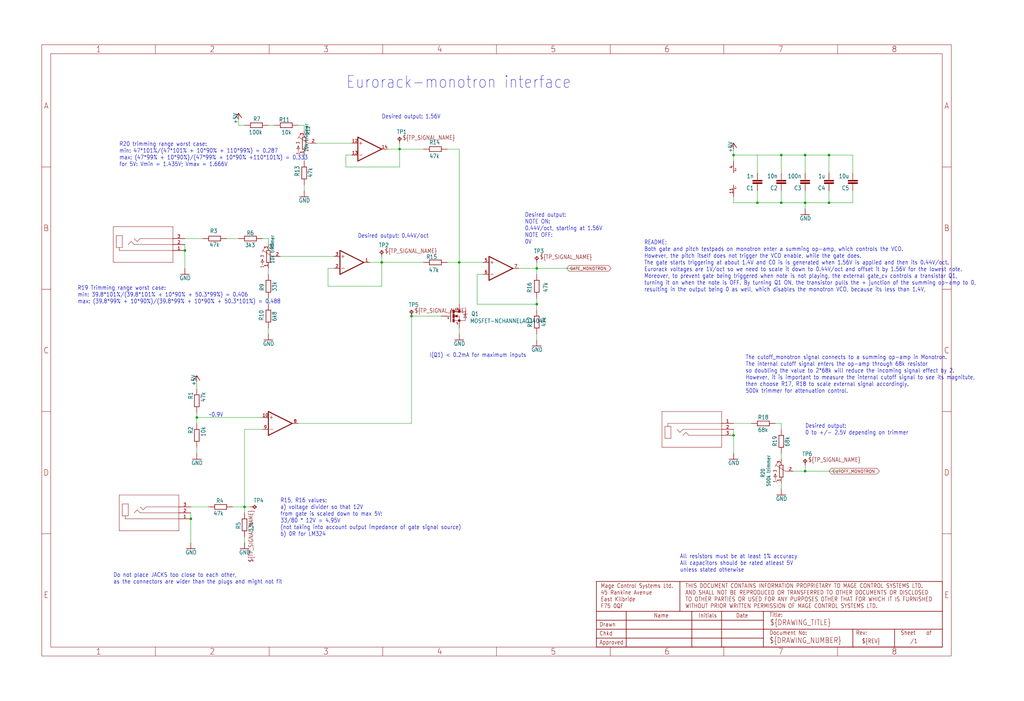
<source format=kicad_sch>
(kicad_sch (version 20230121) (generator eeschema)
  (paper "User" 436.118 298.602)
  (lib_symbols
    (symbol "Monotron-002-eagle-import:+5V" (power)
      (property "Value" "+5V" (at -2.54 -5.08 90))
      (symbol "+5V_1_0"
        (polyline (pts (xy 0 0) (xy -1.27 -1.905)) (stroke (width 0.254)))
        (polyline (pts (xy 1.27 -1.905) (xy 0 0)) (stroke (width 0.254)))
        (pin power_in line (at 0 -2.54 90) (length 2.54) (name "+5V") (number "1"))
      )
    )
    (symbol "Monotron-002-eagle-import:3362R"
      (property "Reference" "R" (at -5.715 -3.81 90))
      (symbol "3362R_1_0"
        (polyline (pts (xy -3.175 -2.413) (xy -1.905 -2.413)) (stroke (width 0.1524)))
        (polyline (pts (xy -2.667 1.905) (xy -2.286 2.54)) (stroke (width 0.1524)))
        (polyline (pts (xy -2.54 -3.683) (xy -2.54 -1.143)) (stroke (width 0.1524)))
        (polyline (pts (xy -2.54 -1.143) (xy -3.175 -2.413)) (stroke (width 0.1524)))
        (polyline (pts (xy -2.286 2.54) (xy -1.905 3.175)) (stroke (width 0.1524)))
        (polyline (pts (xy -1.905 -2.413) (xy -2.54 -1.143)) (stroke (width 0.1524)))
        (polyline (pts (xy -0.762 -2.54) (xy 0.762 -2.54)) (stroke (width 0.254)))
        (polyline (pts (xy -0.762 2.54) (xy -0.762 -2.54)) (stroke (width 0.254)))
        (polyline (pts (xy 0.762 -2.54) (xy 0.762 2.54)) (stroke (width 0.254)))
        (polyline (pts (xy 0.762 2.54) (xy -0.762 2.54)) (stroke (width 0.254)))
        (polyline (pts (xy 1.651 0) (xy -2.286 2.54)) (stroke (width 0.1524)))
        (polyline (pts (xy 2.54 0) (xy 1.651 0)) (stroke (width 0.1524)))
        (text "1" (at -1.905 -4.953 900) (effects (font (size 1.27 1.0795)) (justify left bottom)))
        (text "3" (at -1.905 -0.508 900) (effects (font (size 1.27 1.0795)) (justify left bottom)))
        (pin passive line (at 0 -5.08 90) (length 2.54) (name "1") (number "1"))
        (pin passive line (at 5.08 0 180) (length 2.54) (name "2") (number "2"))
        (pin passive line (at 0 5.08 270) (length 2.54) (name "3") (number "3"))
      )
    )
    (symbol "Monotron-002-eagle-import:A3L_GENERIC_BORDER"
      (symbol "A3L_GENERIC_BORDER_1_0"
        (polyline (pts (xy 0 52.07) (xy 3.81 52.07)))
        (polyline (pts (xy 0 104.14) (xy 3.81 104.14)))
        (polyline (pts (xy 0 156.21) (xy 3.81 156.21)))
        (polyline (pts (xy 0 208.28) (xy 3.81 208.28)))
        (polyline (pts (xy 3.81 3.81) (xy 3.81 256.54)))
        (polyline (pts (xy 48.4188 0) (xy 48.4188 3.81)))
        (polyline (pts (xy 48.4188 256.54) (xy 48.4188 260.35)))
        (polyline (pts (xy 96.8375 0) (xy 96.8375 3.81)))
        (polyline (pts (xy 96.8375 256.54) (xy 96.8375 260.35)))
        (polyline (pts (xy 145.2563 0) (xy 145.2563 3.81)))
        (polyline (pts (xy 145.2563 256.54) (xy 145.2563 260.35)))
        (polyline (pts (xy 193.675 0) (xy 193.675 3.81)))
        (polyline (pts (xy 193.675 256.54) (xy 193.675 260.35)))
        (polyline (pts (xy 242.0938 0) (xy 242.0938 3.81)))
        (polyline (pts (xy 242.0938 256.54) (xy 242.0938 260.35)))
        (polyline (pts (xy 290.5125 0) (xy 290.5125 3.81)))
        (polyline (pts (xy 290.5125 256.54) (xy 290.5125 260.35)))
        (polyline (pts (xy 338.9313 0) (xy 338.9313 3.81)))
        (polyline (pts (xy 338.9313 256.54) (xy 338.9313 260.35)))
        (polyline (pts (xy 383.54 3.81) (xy 3.81 3.81)))
        (polyline (pts (xy 383.54 3.81) (xy 383.54 256.54)))
        (polyline (pts (xy 383.54 52.07) (xy 387.35 52.07)))
        (polyline (pts (xy 383.54 104.14) (xy 387.35 104.14)))
        (polyline (pts (xy 383.54 156.21) (xy 387.35 156.21)))
        (polyline (pts (xy 383.54 208.28) (xy 387.35 208.28)))
        (polyline (pts (xy 383.54 256.54) (xy 3.81 256.54)))
        (polyline (pts (xy 0 0) (xy 387.35 0) (xy 387.35 260.35) (xy 0 260.35) (xy 0 0)))
        (text "1" (at 24.2094 1.905 0) (effects (font (size 2.54 2.286))))
        (text "1" (at 24.2094 258.445 0) (effects (font (size 2.54 2.286))))
        (text "2" (at 72.6281 1.905 0) (effects (font (size 2.54 2.286))))
        (text "2" (at 72.6281 258.445 0) (effects (font (size 2.54 2.286))))
        (text "3" (at 121.0469 1.905 0) (effects (font (size 2.54 2.286))))
        (text "3" (at 121.0469 258.445 0) (effects (font (size 2.54 2.286))))
        (text "4" (at 169.4656 1.905 0) (effects (font (size 2.54 2.286))))
        (text "4" (at 169.4656 258.445 0) (effects (font (size 2.54 2.286))))
        (text "5" (at 217.8844 1.905 0) (effects (font (size 2.54 2.286))))
        (text "5" (at 217.8844 258.445 0) (effects (font (size 2.54 2.286))))
        (text "6" (at 266.3031 1.905 0) (effects (font (size 2.54 2.286))))
        (text "6" (at 266.3031 258.445 0) (effects (font (size 2.54 2.286))))
        (text "7" (at 314.7219 1.905 0) (effects (font (size 2.54 2.286))))
        (text "7" (at 314.7219 258.445 0) (effects (font (size 2.54 2.286))))
        (text "8" (at 363.1406 1.905 0) (effects (font (size 2.54 2.286))))
        (text "8" (at 363.1406 258.445 0) (effects (font (size 2.54 2.286))))
        (text "A" (at 1.905 234.315 0) (effects (font (size 2.54 2.286))))
        (text "A" (at 385.445 234.315 0) (effects (font (size 2.54 2.286))))
        (text "B" (at 1.905 182.245 0) (effects (font (size 2.54 2.286))))
        (text "B" (at 385.445 182.245 0) (effects (font (size 2.54 2.286))))
        (text "C" (at 1.905 130.175 0) (effects (font (size 2.54 2.286))))
        (text "C" (at 385.445 130.175 0) (effects (font (size 2.54 2.286))))
        (text "D" (at 1.905 78.105 0) (effects (font (size 2.54 2.286))))
        (text "D" (at 385.445 78.105 0) (effects (font (size 2.54 2.286))))
        (text "E" (at 1.905 26.035 0) (effects (font (size 2.54 2.286))))
        (text "E" (at 385.445 26.035 0) (effects (font (size 2.54 2.286))))
      )
    )
    (symbol "Monotron-002-eagle-import:C-EUC0603"
      (property "Reference" "C" (at 1.524 0.381 0))
      (symbol "C-EUC0603_1_0"
        (rectangle (start -2.032 -2.032) (end 2.032 -1.524) (fill (type outline)))
        (rectangle (start -2.032 -1.016) (end 2.032 -0.508) (fill (type outline)))
        (polyline (pts (xy 0 -2.54) (xy 0 -2.032)) (stroke (width 0.1524)))
        (polyline (pts (xy 0 0) (xy 0 -0.508)) (stroke (width 0.1524)))
        (pin passive line (at 0 2.54 270) (length 2.54) (name "1") (number "1"))
        (pin passive line (at 0 -5.08 90) (length 2.54) (name "2") (number "2"))
      )
    )
    (symbol "Monotron-002-eagle-import:C-EUC0805"
      (property "Reference" "C" (at 1.524 0.381 0))
      (symbol "C-EUC0805_1_0"
        (rectangle (start -2.032 -2.032) (end 2.032 -1.524) (fill (type outline)))
        (rectangle (start -2.032 -1.016) (end 2.032 -0.508) (fill (type outline)))
        (polyline (pts (xy 0 -2.54) (xy 0 -2.032)) (stroke (width 0.1524)))
        (polyline (pts (xy 0 0) (xy 0 -0.508)) (stroke (width 0.1524)))
        (pin passive line (at 0 2.54 270) (length 2.54) (name "1") (number "1"))
        (pin passive line (at 0 -5.08 90) (length 2.54) (name "2") (number "2"))
      )
    )
    (symbol "Monotron-002-eagle-import:GND" (power)
      (property "Value" "GND" (at -2.54 -2.54 0))
      (symbol "GND_1_0"
        (polyline (pts (xy -1.905 0) (xy 1.905 0)) (stroke (width 0.254)))
        (pin power_in line (at 0 2.54 270) (length 2.54) (name "GND") (number "1"))
      )
    )
    (symbol "Monotron-002-eagle-import:LM324D"
      (symbol "LM324D_1_0"
        (polyline (pts (xy -5.08 -5.08) (xy 5.08 0)) (stroke (width 0.4064)))
        (polyline (pts (xy -5.08 5.08) (xy -5.08 -5.08)) (stroke (width 0.4064)))
        (polyline (pts (xy -4.445 -2.54) (xy -3.175 -2.54)) (stroke (width 0.1524)))
        (polyline (pts (xy -4.445 2.54) (xy -3.175 2.54)) (stroke (width 0.1524)))
        (polyline (pts (xy -3.81 3.175) (xy -3.81 1.905)) (stroke (width 0.1524)))
        (polyline (pts (xy 5.08 0) (xy -5.08 5.08)) (stroke (width 0.4064)))
        (pin output line (at 7.62 0 180) (length 2.54) (name "OUT") (number "1"))
        (pin input line (at -7.62 -2.54 0) (length 2.54) (name "-IN") (number "2"))
        (pin input line (at -7.62 2.54 0) (length 2.54) (name "+IN") (number "3"))
      )
      (symbol "LM324D_2_0"
        (polyline (pts (xy -5.08 -5.08) (xy 5.08 0)) (stroke (width 0.4064)))
        (polyline (pts (xy -5.08 5.08) (xy -5.08 -5.08)) (stroke (width 0.4064)))
        (polyline (pts (xy -4.445 -2.54) (xy -3.175 -2.54)) (stroke (width 0.1524)))
        (polyline (pts (xy -4.445 2.54) (xy -3.175 2.54)) (stroke (width 0.1524)))
        (polyline (pts (xy -3.81 3.175) (xy -3.81 1.905)) (stroke (width 0.1524)))
        (polyline (pts (xy 5.08 0) (xy -5.08 5.08)) (stroke (width 0.4064)))
        (pin input line (at -7.62 2.54 0) (length 2.54) (name "+IN") (number "5"))
        (pin input line (at -7.62 -2.54 0) (length 2.54) (name "-IN") (number "6"))
        (pin output line (at 7.62 0 180) (length 2.54) (name "OUT") (number "7"))
      )
      (symbol "LM324D_3_0"
        (polyline (pts (xy -5.08 -5.08) (xy 5.08 0)) (stroke (width 0.4064)))
        (polyline (pts (xy -5.08 5.08) (xy -5.08 -5.08)) (stroke (width 0.4064)))
        (polyline (pts (xy -4.445 -2.54) (xy -3.175 -2.54)) (stroke (width 0.1524)))
        (polyline (pts (xy -4.445 2.54) (xy -3.175 2.54)) (stroke (width 0.1524)))
        (polyline (pts (xy -3.81 3.175) (xy -3.81 1.905)) (stroke (width 0.1524)))
        (polyline (pts (xy 5.08 0) (xy -5.08 5.08)) (stroke (width 0.4064)))
        (pin input line (at -7.62 2.54 0) (length 2.54) (name "+IN") (number "10"))
        (pin output line (at 7.62 0 180) (length 2.54) (name "OUT") (number "8"))
        (pin input line (at -7.62 -2.54 0) (length 2.54) (name "-IN") (number "9"))
      )
      (symbol "LM324D_4_0"
        (polyline (pts (xy -5.08 -5.08) (xy 5.08 0)) (stroke (width 0.4064)))
        (polyline (pts (xy -5.08 5.08) (xy -5.08 -5.08)) (stroke (width 0.4064)))
        (polyline (pts (xy -4.445 -2.54) (xy -3.175 -2.54)) (stroke (width 0.1524)))
        (polyline (pts (xy -4.445 2.54) (xy -3.175 2.54)) (stroke (width 0.1524)))
        (polyline (pts (xy -3.81 3.175) (xy -3.81 1.905)) (stroke (width 0.1524)))
        (polyline (pts (xy 5.08 0) (xy -5.08 5.08)) (stroke (width 0.4064)))
        (pin input line (at -7.62 2.54 0) (length 2.54) (name "+IN") (number "12"))
        (pin input line (at -7.62 -2.54 0) (length 2.54) (name "-IN") (number "13"))
        (pin output line (at 7.62 0 180) (length 2.54) (name "OUT") (number "14"))
      )
      (symbol "LM324D_5_0"
        (text "V+" (at 1.27 3.175 900) (effects (font (size 0.8128 0.6908)) (justify left bottom)))
        (text "V-" (at 1.27 -4.445 900) (effects (font (size 0.8128 0.6908)) (justify left bottom)))
        (pin power_in line (at 0 -7.62 90) (length 5.08) (name "V-") (number "11"))
        (pin power_in line (at 0 7.62 270) (length 5.08) (name "V+") (number "4"))
      )
    )
    (symbol "Monotron-002-eagle-import:MAGE_CONTROL_TITLE_BLOCK"
      (symbol "MAGE_CONTROL_TITLE_BLOCK_1_0"
        (polyline (pts (xy -147.32 3.81) (xy -147.32 0)) (stroke (width 0.254)))
        (polyline (pts (xy -147.32 7.62) (xy -147.32 3.81)) (stroke (width 0.254)))
        (polyline (pts (xy -147.32 11.43) (xy -147.32 7.62)) (stroke (width 0.254)))
        (polyline (pts (xy -147.32 15.24) (xy -147.32 11.43)) (stroke (width 0.254)))
        (polyline (pts (xy -147.32 15.24) (xy -134.62 15.24)) (stroke (width 0.254)))
        (polyline (pts (xy -147.32 27.94) (xy -147.32 15.24)) (stroke (width 0.254)))
        (polyline (pts (xy -134.62 0) (xy -147.32 0)) (stroke (width 0.254)))
        (polyline (pts (xy -134.62 15.24) (xy -134.62 0)) (stroke (width 0.254)))
        (polyline (pts (xy -134.62 15.24) (xy -111.76 15.24)) (stroke (width 0.254)))
        (polyline (pts (xy -111.76 15.24) (xy -111.76 27.94)) (stroke (width 0.254)))
        (polyline (pts (xy -111.76 27.94) (xy -147.32 27.94)) (stroke (width 0.254)))
        (polyline (pts (xy -111.76 27.94) (xy 0 27.94)) (stroke (width 0.254)))
        (polyline (pts (xy -106.68 0) (xy -134.62 0)) (stroke (width 0.254)))
        (polyline (pts (xy -106.68 15.24) (xy -111.76 15.24)) (stroke (width 0.254)))
        (polyline (pts (xy -106.68 15.24) (xy -106.68 0)) (stroke (width 0.254)))
        (polyline (pts (xy -93.98 0) (xy -106.68 0)) (stroke (width 0.254)))
        (polyline (pts (xy -93.98 15.24) (xy -106.68 15.24)) (stroke (width 0.254)))
        (polyline (pts (xy -93.98 15.24) (xy -93.98 0)) (stroke (width 0.254)))
        (polyline (pts (xy -76.2 0) (xy -93.98 0)) (stroke (width 0.254)))
        (polyline (pts (xy -76.2 0) (xy -38.1 0)) (stroke (width 0.254)))
        (polyline (pts (xy -76.2 3.81) (xy -147.32 3.81)) (stroke (width 0.254)))
        (polyline (pts (xy -76.2 3.81) (xy -76.2 0)) (stroke (width 0.254)))
        (polyline (pts (xy -76.2 7.62) (xy -147.32 7.62)) (stroke (width 0.254)))
        (polyline (pts (xy -76.2 7.62) (xy -76.2 3.81)) (stroke (width 0.254)))
        (polyline (pts (xy -76.2 7.62) (xy -38.1 7.62)) (stroke (width 0.254)))
        (polyline (pts (xy -76.2 11.43) (xy -147.32 11.43)) (stroke (width 0.254)))
        (polyline (pts (xy -76.2 11.43) (xy -76.2 7.62)) (stroke (width 0.254)))
        (polyline (pts (xy -76.2 15.24) (xy -93.98 15.24)) (stroke (width 0.254)))
        (polyline (pts (xy -76.2 15.24) (xy -76.2 11.43)) (stroke (width 0.254)))
        (polyline (pts (xy -38.1 0) (xy -20.32 0)) (stroke (width 0.254)))
        (polyline (pts (xy -38.1 7.62) (xy -38.1 0)) (stroke (width 0.254)))
        (polyline (pts (xy -38.1 7.62) (xy -20.32 7.62)) (stroke (width 0.254)))
        (polyline (pts (xy -20.32 0) (xy -20.32 7.62)) (stroke (width 0.254)))
        (polyline (pts (xy -20.32 0) (xy 0 0)) (stroke (width 0.254)))
        (polyline (pts (xy -20.32 7.62) (xy 0 7.62)) (stroke (width 0.254)))
        (polyline (pts (xy 0 0) (xy 0 7.62)) (stroke (width 0.254)))
        (polyline (pts (xy 0 7.62) (xy 0 15.24)) (stroke (width 0.254)))
        (polyline (pts (xy 0 15.24) (xy -76.2 15.24)) (stroke (width 0.254)))
        (polyline (pts (xy 0 27.94) (xy 0 15.24)) (stroke (width 0.254)))
        (text "${#}/${##}" (at -13.716 1.524 0) (effects (font (size 1.778 1.5113)) (justify left bottom)))
        (text "${DRAWING_NUMBER}" (at -73.66 1.524 0) (effects (font (size 2.286 1.9431)) (justify left bottom)))
        (text "${DRAWING_TITLE}" (at -73.406 9.144 0) (effects (font (size 2.286 1.9431)) (justify left bottom)))
        (text "${REV}" (at -34.29 1.524 0) (effects (font (size 1.778 1.5113)) (justify left bottom)))
        (text "Approved" (at -146.05 1.016 0) (effects (font (size 1.778 1.5113)) (justify left bottom)))
        (text "Chkd" (at -146.05 4.826 0) (effects (font (size 1.778 1.5113)) (justify left bottom)))
        (text "Date" (at -87.884 12.446 0) (effects (font (size 1.778 1.5113)) (justify left bottom)))
        (text "Document No:" (at -73.66 5.08 0) (effects (font (size 1.778 1.5113)) (justify left bottom)))
        (text "Drawn" (at -146.05 8.636 0) (effects (font (size 1.778 1.5113)) (justify left bottom)))
        (text "Initials" (at -103.886 12.446 0) (effects (font (size 1.778 1.5113)) (justify left bottom)))
        (text "Mage Control Systems Ltd.\n45 Rankine Avenue\nEast Kilbride\nF75 0QF" (at -145.542 16.51 0) (effects (font (size 1.778 1.5113)) (justify left bottom)))
        (text "Name" (at -122.936 12.446 0) (effects (font (size 1.778 1.5113)) (justify left bottom)))
        (text "Rev:" (at -36.83 5.08 0) (effects (font (size 1.778 1.5113)) (justify left bottom)))
        (text "Sheet    of" (at -17.78 5.08 0) (effects (font (size 1.778 1.5113)) (justify left bottom)))
        (text "THIS DOCUMENT CONTAINS INFORMATION PROPRIETARY TO MAGE CONTROL SYSTEMS LTD.\nAND SHALL NOT BE REPRODUCED OR TRANSFERRED TO OTHER DOCUMENTS OR DISCLOSED\nTO OTHER PARTIES OR USED FOR ANY PURPOSES OTHER THAT FOR WHICH IT IS FURNISHED\nWITHOUT PRIOR WRITTEN PERMISSION OF MAGE CONTROL SYSTEMS LTD." (at -109.474 16.51 0) (effects (font (size 1.778 1.5113)) (justify left bottom)))
        (text "Title:" (at -73.66 12.7 0) (effects (font (size 1.778 1.5113)) (justify left bottom)))
      )
    )
    (symbol "Monotron-002-eagle-import:MOSFET-NCHANNELAO3404A"
      (property "Reference" "Q" (at 5.08 2.54 0))
      (symbol "MOSFET-NCHANNELAO3404A_1_0"
        (rectangle (start -2.794 -2.54) (end -2.032 -1.27) (fill (type outline)))
        (rectangle (start -2.794 -0.889) (end -2.032 0.889) (fill (type outline)))
        (rectangle (start -2.794 1.27) (end -2.032 2.54) (fill (type outline)))
        (circle (center 0 -1.905) (radius 0.127) (stroke (width 0.4064)))
        (polyline (pts (xy -3.81 0) (xy -5.08 0)) (stroke (width 0.1524)))
        (polyline (pts (xy -3.6576 2.413) (xy -3.6576 -2.54)) (stroke (width 0.254)))
        (polyline (pts (xy -2.032 -1.905) (xy 0 -1.905)) (stroke (width 0.1524)))
        (polyline (pts (xy -2.032 0) (xy -0.762 -0.508)) (stroke (width 0.1524)))
        (polyline (pts (xy -1.778 0) (xy -0.889 -0.254)) (stroke (width 0.3048)))
        (polyline (pts (xy -0.889 -0.254) (xy -0.889 0)) (stroke (width 0.3048)))
        (polyline (pts (xy -0.889 0) (xy -1.143 0)) (stroke (width 0.3048)))
        (polyline (pts (xy -0.889 0) (xy 0 0)) (stroke (width 0.1524)))
        (polyline (pts (xy -0.889 0.254) (xy -1.778 0)) (stroke (width 0.3048)))
        (polyline (pts (xy -0.762 -0.508) (xy -0.762 0.508)) (stroke (width 0.1524)))
        (polyline (pts (xy -0.762 0.508) (xy -2.032 0)) (stroke (width 0.1524)))
        (polyline (pts (xy 0 -1.905) (xy 0 -2.54)) (stroke (width 0.1524)))
        (polyline (pts (xy 0 0) (xy 0 -1.905)) (stroke (width 0.1524)))
        (polyline (pts (xy 0 1.905) (xy -2.0066 1.905)) (stroke (width 0.1524)))
        (polyline (pts (xy 0 1.905) (xy 2.54 1.905)) (stroke (width 0.1524)))
        (polyline (pts (xy 0 2.54) (xy 0 1.905)) (stroke (width 0.1524)))
        (polyline (pts (xy 1.905 -0.635) (xy 3.175 -0.635)) (stroke (width 0.1524)))
        (polyline (pts (xy 1.905 0.762) (xy 1.651 0.508)) (stroke (width 0.1524)))
        (polyline (pts (xy 1.905 0.762) (xy 2.54 0.762)) (stroke (width 0.1524)))
        (polyline (pts (xy 2.54 -1.905) (xy 0 -1.905)) (stroke (width 0.1524)))
        (polyline (pts (xy 2.54 0.762) (xy 1.905 -0.635)) (stroke (width 0.1524)))
        (polyline (pts (xy 2.54 0.762) (xy 2.54 -1.905)) (stroke (width 0.1524)))
        (polyline (pts (xy 2.54 0.762) (xy 3.175 0.762)) (stroke (width 0.1524)))
        (polyline (pts (xy 2.54 1.905) (xy 2.54 0.762)) (stroke (width 0.1524)))
        (polyline (pts (xy 3.175 -0.635) (xy 2.54 0.762)) (stroke (width 0.1524)))
        (polyline (pts (xy 3.175 0.762) (xy 3.429 1.016)) (stroke (width 0.1524)))
        (circle (center 0 1.905) (radius 0.127) (stroke (width 0.4064)))
        (text "D" (at -1.27 2.54 0) (effects (font (size 0.8128 0.6908)) (justify left bottom)))
        (text "G" (at -5.08 -1.27 0) (effects (font (size 0.8128 0.6908)) (justify left bottom)))
        (text "S" (at -1.27 -3.556 0) (effects (font (size 0.8128 0.6908)) (justify left bottom)))
        (pin passive line (at -7.62 0 0) (length 2.54) (name "G") (number "1"))
        (pin passive line (at 0 -5.08 90) (length 2.54) (name "S") (number "2"))
        (pin passive line (at 0 5.08 270) (length 2.54) (name "D") (number "3"))
      )
    )
    (symbol "Monotron-002-eagle-import:R-EUR0603"
      (property "Reference" "R" (at -3.81 1.4986 0))
      (symbol "R-EUR0603_1_0"
        (polyline (pts (xy -2.54 -1.016) (xy -2.54 1.016)) (stroke (width 0.254)))
        (polyline (pts (xy -2.54 1.016) (xy 2.54 1.016)) (stroke (width 0.254)))
        (polyline (pts (xy 2.54 -1.016) (xy -2.54 -1.016)) (stroke (width 0.254)))
        (polyline (pts (xy 2.54 1.016) (xy 2.54 -1.016)) (stroke (width 0.254)))
        (pin passive line (at -5.08 0 0) (length 2.54) (name "1") (number "1"))
        (pin passive line (at 5.08 0 180) (length 2.54) (name "2") (number "2"))
      )
    )
    (symbol "Monotron-002-eagle-import:STX-3000"
      (symbol "STX-3000_1_0"
        (polyline (pts (xy -33.02 -10.16) (xy -7.62 -10.16)) (stroke (width 0.1524)))
        (polyline (pts (xy -33.02 5.08) (xy -33.02 -10.16)) (stroke (width 0.1524)))
        (polyline (pts (xy -31.75 -6.35) (xy -31.75 -1.27)) (stroke (width 0.1524)))
        (polyline (pts (xy -31.75 -1.27) (xy -29.21 -1.27)) (stroke (width 0.1524)))
        (polyline (pts (xy -30.48 0) (xy -30.48 -1.27)) (stroke (width 0.1524)))
        (polyline (pts (xy -29.21 -6.35) (xy -31.75 -6.35)) (stroke (width 0.1524)))
        (polyline (pts (xy -29.21 -1.27) (xy -29.21 -6.35)) (stroke (width 0.1524)))
        (polyline (pts (xy -25.4 -3.81) (xy -26.67 -2.54)) (stroke (width 0.1524)))
        (polyline (pts (xy -25.4 -3.81) (xy -24.13 -2.54)) (stroke (width 0.1524)))
        (polyline (pts (xy -22.86 -3.81) (xy -24.13 -5.08)) (stroke (width 0.1524)))
        (polyline (pts (xy -21.59 -5.08) (xy -22.86 -3.81)) (stroke (width 0.1524)))
        (polyline (pts (xy -7.62 -10.16) (xy -7.62 -5.08)) (stroke (width 0.1524)))
        (polyline (pts (xy -7.62 -5.08) (xy -21.59 -5.08)) (stroke (width 0.1524)))
        (polyline (pts (xy -7.62 -5.08) (xy -7.62 -2.54)) (stroke (width 0.1524)))
        (polyline (pts (xy -7.62 -2.54) (xy -24.13 -2.54)) (stroke (width 0.1524)))
        (polyline (pts (xy -7.62 -2.54) (xy -7.62 0)) (stroke (width 0.1524)))
        (polyline (pts (xy -7.62 0) (xy -30.48 0)) (stroke (width 0.1524)))
        (polyline (pts (xy -7.62 0) (xy -7.62 5.08)) (stroke (width 0.1524)))
        (polyline (pts (xy -7.62 5.08) (xy -33.02 5.08)) (stroke (width 0.1524)))
        (pin passive line (at -2.54 0 180) (length 5.08) (name "1") (number "1"))
        (pin passive line (at -2.54 -2.54 180) (length 5.08) (name "2") (number "2"))
        (pin passive line (at -2.54 -5.08 180) (length 5.08) (name "3") (number "3"))
      )
    )
    (symbol "Monotron-002-eagle-import:TPB1,27"
      (property "Reference" "TP" (at -1.27 1.27 0))
      (symbol "TPB1,27_1_0"
        (polyline (pts (xy -0.762 -0.762) (xy 0 0)) (stroke (width 0.254)))
        (polyline (pts (xy 0 -1.524) (xy -0.762 -0.762)) (stroke (width 0.254)))
        (polyline (pts (xy 0 0) (xy 0.762 -0.762)) (stroke (width 0.254)))
        (polyline (pts (xy 0.762 -0.762) (xy 0 -1.524)) (stroke (width 0.254)))
        (text "${TP_SIGNAL_NAME}" (at 1.27 -1.27 0) (effects (font (size 1.778 1.5113)) (justify left bottom)))
        (pin input line (at 0 -2.54 90) (length 2.54) (name "TP") (number "TP"))
      )
    )
  )
  (junction (at 195.58 111.76))
  (junction (at 353.06 86.36))
  (junction (at 332.74 66.04))
  (junction (at 342.9 200.66))
  (junction (at 228.6 129.54))
  (junction (at 162.56 111.76))
  (junction (at 81.28 220.98))
  (junction (at 312.42 185.42))
  (junction (at 322.58 86.36))
  (junction (at 83.82 177.8))
  (junction (at 342.9 86.36))
  (junction (at 353.06 66.04))
  (junction (at 78.74 106.68))
  (junction (at 170.18 63.5))
  (junction (at 332.74 86.36))
  (junction (at 228.6 114.3))
  (junction (at 342.9 66.04))
  (junction (at 312.42 66.04))
  (junction (at 104.14 215.9))
  (junction (at 175.26 134.62))
  (wire (pts (xy 228.6 114.3) (xy 228.6 111.76)) (stroke (width 0.1524)))
  (wire (pts (xy 190.5 111.76) (xy 195.58 111.76)) (stroke (width 0.1524)))
  (wire (pts (xy 170.18 71.12) (xy 170.18 63.5)) (stroke (width 0.1524)))
  (wire (pts (xy 195.58 142.24) (xy 195.58 139.7)) (stroke (width 0.1524)))
  (wire (pts (xy 332.74 195.58) (xy 332.74 193.04)) (stroke (width 0.1524)))
  (wire (pts (xy 322.58 86.36) (xy 332.74 86.36)) (stroke (width 0.1524)))
  (wire (pts (xy 119.38 109.22) (xy 142.24 109.22)) (stroke (width 0.1524)))
  (wire (pts (xy 96.52 101.6) (xy 101.6 101.6)) (stroke (width 0.1524)))
  (wire (pts (xy 104.14 53.34) (xy 101.6 53.34)) (stroke (width 0.1524)))
  (wire (pts (xy 312.42 182.88) (xy 312.42 185.42)) (stroke (width 0.1524)))
  (wire (pts (xy 127 180.34) (xy 175.26 180.34)) (stroke (width 0.1524)))
  (wire (pts (xy 322.58 66.04) (xy 332.74 66.04)) (stroke (width 0.1524)))
  (wire (pts (xy 114.3 142.24) (xy 114.3 139.7)) (stroke (width 0.1524)))
  (wire (pts (xy 353.06 66.04) (xy 363.22 66.04)) (stroke (width 0.1524)))
  (wire (pts (xy 228.6 144.78) (xy 228.6 142.24)) (stroke (width 0.1524)))
  (wire (pts (xy 363.22 66.04) (xy 363.22 73.66)) (stroke (width 0.1524)))
  (wire (pts (xy 342.9 81.28) (xy 342.9 86.36)) (stroke (width 0.1524)))
  (wire (pts (xy 149.86 66.04) (xy 147.32 66.04)) (stroke (width 0.1524)))
  (wire (pts (xy 83.82 177.8) (xy 111.76 177.8)) (stroke (width 0.1524)))
  (wire (pts (xy 203.2 116.84) (xy 205.74 116.84)) (stroke (width 0.1524)))
  (wire (pts (xy 322.58 81.28) (xy 322.58 86.36)) (stroke (width 0.1524)))
  (wire (pts (xy 170.18 63.5) (xy 180.34 63.5)) (stroke (width 0.1524)))
  (wire (pts (xy 83.82 162.56) (xy 83.82 165.608)) (stroke (width 0.1524)))
  (wire (pts (xy 162.56 121.92) (xy 139.7 121.92)) (stroke (width 0.1524)))
  (wire (pts (xy 101.6 53.34) (xy 101.6 50.8)) (stroke (width 0.1524)))
  (wire (pts (xy 342.9 200.66) (xy 342.9 198.12)) (stroke (width 0.1524)))
  (wire (pts (xy 162.56 111.76) (xy 162.56 121.92)) (stroke (width 0.1524)))
  (wire (pts (xy 228.6 129.54) (xy 203.2 129.54)) (stroke (width 0.1524)))
  (wire (pts (xy 162.56 111.76) (xy 180.34 111.76)) (stroke (width 0.1524)))
  (wire (pts (xy 162.56 111.76) (xy 162.56 109.22)) (stroke (width 0.1524)))
  (wire (pts (xy 312.42 180.34) (xy 320.04 180.34)) (stroke (width 0.1524)))
  (wire (pts (xy 342.9 73.66) (xy 342.9 66.04)) (stroke (width 0.1524)))
  (wire (pts (xy 147.32 66.04) (xy 147.32 71.12)) (stroke (width 0.1524)))
  (wire (pts (xy 312.42 68.58) (xy 312.42 66.04)) (stroke (width 0.1524)))
  (wire (pts (xy 322.58 73.66) (xy 322.58 66.04)) (stroke (width 0.1524)))
  (wire (pts (xy 363.22 86.36) (xy 363.22 81.28)) (stroke (width 0.1524)))
  (wire (pts (xy 312.42 66.04) (xy 312.42 63.5)) (stroke (width 0.1524)))
  (wire (pts (xy 203.2 129.54) (xy 203.2 116.84)) (stroke (width 0.1524)))
  (wire (pts (xy 170.18 63.5) (xy 165.1 63.5)) (stroke (width 0.1524)))
  (wire (pts (xy 104.14 231.14) (xy 104.14 228.6)) (stroke (width 0.1524)))
  (wire (pts (xy 170.18 60.96) (xy 170.18 63.5)) (stroke (width 0.1524)))
  (wire (pts (xy 83.82 180.34) (xy 83.82 177.8)) (stroke (width 0.1524)))
  (wire (pts (xy 342.9 200.66) (xy 358.14 200.66)) (stroke (width 0.1524)))
  (wire (pts (xy 157.48 111.76) (xy 162.56 111.76)) (stroke (width 0.1524)))
  (wire (pts (xy 228.6 129.54) (xy 228.6 127)) (stroke (width 0.1524)))
  (wire (pts (xy 83.82 177.8) (xy 83.82 175.768)) (stroke (width 0.1524)))
  (wire (pts (xy 332.74 180.34) (xy 332.74 182.88)) (stroke (width 0.1524)))
  (wire (pts (xy 195.58 111.76) (xy 195.58 129.54)) (stroke (width 0.1524)))
  (wire (pts (xy 353.06 73.66) (xy 353.06 66.04)) (stroke (width 0.1524)))
  (wire (pts (xy 83.82 193.04) (xy 83.82 190.5)) (stroke (width 0.1524)))
  (wire (pts (xy 195.58 111.76) (xy 205.74 111.76)) (stroke (width 0.1524)))
  (wire (pts (xy 99.06 215.9) (xy 104.14 215.9)) (stroke (width 0.1524)))
  (wire (pts (xy 332.74 81.28) (xy 332.74 86.36)) (stroke (width 0.1524)))
  (wire (pts (xy 139.7 121.92) (xy 139.7 114.3)) (stroke (width 0.1524)))
  (wire (pts (xy 342.9 86.36) (xy 353.06 86.36)) (stroke (width 0.1524)))
  (wire (pts (xy 332.74 86.36) (xy 342.9 86.36)) (stroke (width 0.1524)))
  (wire (pts (xy 312.42 66.04) (xy 322.58 66.04)) (stroke (width 0.1524)))
  (wire (pts (xy 330.2 180.34) (xy 332.74 180.34)) (stroke (width 0.1524)))
  (wire (pts (xy 114.3 127) (xy 114.3 129.54)) (stroke (width 0.1524)))
  (wire (pts (xy 106.68 215.9) (xy 104.14 215.9)) (stroke (width 0.1524)))
  (wire (pts (xy 81.28 220.98) (xy 81.28 218.44)) (stroke (width 0.1524)))
  (wire (pts (xy 228.6 114.3) (xy 228.6 116.84)) (stroke (width 0.1524)))
  (wire (pts (xy 81.28 215.9) (xy 88.9 215.9)) (stroke (width 0.1524)))
  (wire (pts (xy 116.84 53.34) (xy 114.3 53.34)) (stroke (width 0.1524)))
  (wire (pts (xy 195.58 111.76) (xy 195.58 63.5)) (stroke (width 0.1524)))
  (wire (pts (xy 228.6 132.08) (xy 228.6 129.54)) (stroke (width 0.1524)))
  (wire (pts (xy 78.74 101.6) (xy 86.36 101.6)) (stroke (width 0.1524)))
  (wire (pts (xy 78.74 106.68) (xy 78.74 114.3)) (stroke (width 0.1524)))
  (wire (pts (xy 78.74 104.14) (xy 78.74 106.68)) (stroke (width 0.1524)))
  (wire (pts (xy 129.54 53.34) (xy 127 53.34)) (stroke (width 0.1524)))
  (wire (pts (xy 312.42 86.36) (xy 322.58 86.36)) (stroke (width 0.1524)))
  (wire (pts (xy 104.14 215.9) (xy 104.14 218.44)) (stroke (width 0.1524)))
  (wire (pts (xy 129.54 55.88) (xy 129.54 53.34)) (stroke (width 0.1524)))
  (wire (pts (xy 175.26 180.34) (xy 175.26 134.62)) (stroke (width 0.1524)))
  (wire (pts (xy 342.9 88.9) (xy 342.9 86.36)) (stroke (width 0.1524)))
  (wire (pts (xy 114.3 104.14) (xy 114.3 101.6)) (stroke (width 0.1524)))
  (wire (pts (xy 337.82 200.66) (xy 342.9 200.66)) (stroke (width 0.1524)))
  (wire (pts (xy 104.14 182.88) (xy 111.76 182.88)) (stroke (width 0.1524)))
  (wire (pts (xy 104.14 215.9) (xy 104.14 182.88)) (stroke (width 0.1524)))
  (wire (pts (xy 228.6 114.3) (xy 246.38 114.3)) (stroke (width 0.1524)))
  (wire (pts (xy 353.06 81.28) (xy 353.06 86.36)) (stroke (width 0.1524)))
  (wire (pts (xy 220.98 114.3) (xy 228.6 114.3)) (stroke (width 0.1524)))
  (wire (pts (xy 332.74 73.66) (xy 332.74 66.04)) (stroke (width 0.1524)))
  (wire (pts (xy 312.42 185.42) (xy 312.42 193.04)) (stroke (width 0.1524)))
  (wire (pts (xy 175.26 134.62) (xy 187.96 134.62)) (stroke (width 0.1524)))
  (wire (pts (xy 114.3 116.84) (xy 114.3 114.3)) (stroke (width 0.1524)))
  (wire (pts (xy 147.32 71.12) (xy 170.18 71.12)) (stroke (width 0.1524)))
  (wire (pts (xy 332.74 208.28) (xy 332.74 205.74)) (stroke (width 0.1524)))
  (wire (pts (xy 342.9 66.04) (xy 353.06 66.04)) (stroke (width 0.1524)))
  (wire (pts (xy 195.58 63.5) (xy 190.5 63.5)) (stroke (width 0.1524)))
  (wire (pts (xy 129.54 81.28) (xy 129.54 78.74)) (stroke (width 0.1524)))
  (wire (pts (xy 312.42 83.82) (xy 312.42 86.36)) (stroke (width 0.1524)))
  (wire (pts (xy 332.74 66.04) (xy 342.9 66.04)) (stroke (width 0.1524)))
  (wire (pts (xy 81.28 231.14) (xy 81.28 220.98)) (stroke (width 0.1524)))
  (wire (pts (xy 129.54 68.58) (xy 129.54 66.04)) (stroke (width 0.1524)))
  (wire (pts (xy 139.7 114.3) (xy 142.24 114.3)) (stroke (width 0.1524)))
  (wire (pts (xy 353.06 86.36) (xy 363.22 86.36)) (stroke (width 0.1524)))
  (wire (pts (xy 114.3 101.6) (xy 111.76 101.6)) (stroke (width 0.1524)))
  (wire (pts (xy 134.62 60.96) (xy 149.86 60.96)) (stroke (width 0.1524)))
  (text "Desired output: 1.56V" (at 162.56 50.8 0) (effects (font (size 1.778 1.5113)) (justify left bottom)))
  (text "R15, R16 values:\na) voltage divider so that 12V\nfrom gate is scaled down to max 5V:\n33/80 * 12V = 4.95V\n(not taking into account output impedance of gate signal source)\nb) 0R for LM324" (at 119.38 228.6 0) (effects (font (size 1.778 1.5113)) (justify left bottom)))
  (text "All resistors must be at least 1% accuracy\nAll capacitors should be rated atleast 5V\nunless stated otherwise" (at 289.56 243.84 0) (effects (font (size 1.778 1.5113)) (justify left bottom)))
  (text "R20 trimming range worst case:\nmin: 47*101%/(47*101% + 10*90% + 110*99%) = 0.287\nmax: (47*99% + 10*90%)/(47*99% + 10*90% +110*101%) = 0.333\nfor 5V: Vmin = 1.435V; Vmax = 1.666V" (at 50.8 71.12 0) (effects (font (size 1.778 1.5113)) (justify left bottom)))
  (text "The cutoff_monotron signal connects to a summing op-amp in Monotron.\nThe internal cutoff signal enters the op-amp through 68k resistor\nso doubling the value to 2*68k will reduce the incoming signal effect by 2.\nHowever, it is important to measure the internal cutoff signal to see its magnitute,\nthen choose R17, R18 to scale external signal accordingly.\n500k trimmer for attenuation control." (at 317.5 167.64 0) (effects (font (size 1.778 1.5113)) (justify left bottom)))
  (text "I(Q1) < 0.2mA for maximum inputs" (at 182.88 152.4 0) (effects (font (size 1.778 1.5113)) (justify left bottom)))
  (text "README:\nBoth gate and pitch testpads on monotron enter a summing op-amp, which controls the VCO.\nHowever, the pitch itself does not trigger the VCO enable, while the gate does.\nThe gate starts triggering at about 1.4V and C0 is is generated when 1.56V is applied and then its 0.44V/oct.\nEurorack voltages are 1V/oct so we need to scale it down to 0.44V/oct and offset it by 1.56V for the lowest note.\nMoreover, to prevent gate being triggered when note is not playing, the external gate_cv controls a transistor Q1,\nturning it on when the note is OFF. By turning Q1 ON, the transistor pulls the + junction of the summing op-amp to 0,\nresulting in the output being 0 as well, which disables the monotron VCO, because its less than 1.4V," (at 274.32 124.46 0) (effects (font (size 1.778 1.5113)) (justify left bottom)))
  (text "Desired output:\n0 to +/- 2.5V depending on trimmer" (at 342.9 185.42 0) (effects (font (size 1.778 1.5113)) (justify left bottom)))
  (text "Desired output: 0.44V/oct" (at 152.4 101.6 0) (effects (font (size 1.778 1.5113)) (justify left bottom)))
  (text "Eurorack-monotron interface" (at 147.32 38.1 0) (effects (font (size 5.08 4.318)) (justify left bottom)))
  (text "~0.9V" (at 88.9 177.8 0) (effects (font (size 1.778 1.5113)) (justify left bottom)))
  (text "Do not place JACKS too close to each other,\nas the connectors are wider than the plugs and might not fit" (at 48.26 248.92 0) (effects (font (size 1.778 1.5113)) (justify left bottom)))
  (text "Desired output:\nNOTE ON:\n0.44V/oct, starting at 1.56V\nNOTE OFF:\n0V" (at 223.52 104.14 0) (effects (font (size 1.778 1.5113)) (justify left bottom)))
  (text "R19 Trimming range worst case:\nmin: 39.8*101%/(39.8*101% + 10*90% + 50.3*99%) = 0.406\nmax: (39.8*99% + 10*90%)/(39.8*99% + 10*90% + 50.3*101%) = 0.488" (at 33.02 129.54 0) (effects (font (size 1.778 1.5113)) (justify left bottom)))
  (global_label "CUTOFF_MONOTRON" (shape bidirectional) (at 353.06 200.66 0) (effects (font (size 1.2446 1.2446))) (property "Intersheetrefs" "${INTERSHEET_REFS}" (effects hide)))
  (global_label "GATE_MONOTRON" (shape bidirectional) (at 241.3 114.3 0) (effects (font (size 1.2446 1.2446))) (property "Intersheetrefs" "${INTERSHEET_REFS}" (effects hide)))
  (symbol (lib_id "Monotron-002-eagle-import:R-EUR0603") (at 129.54 73.66 90) (unit 1)
    (property "Reference" "R13" (at 127.5334 75.184 0) (effects (font (size 1.778 1.5113)) (justify left bottom)))
    (property "Value" "47k" (at 133.096 75.692 0) (effects (font (size 1.778 1.5113)) (justify left bottom)))
    (property "Footprint" "Monotron-002:R0603" (effects hide))
  )
  (symbol (lib_id "Monotron-002-eagle-import:3362R") (at 332.74 200.66 0) (unit 1)
    (property "Reference" "R20" (at 325.755 203.454 90) (effects (font (size 1.524 1.2954)) (justify left bottom)))
    (property "Value" "500k trimmer" (at 328.168 207.264 90) (effects (font (size 1.524 1.2954)) (justify left bottom)))
    (property "Footprint" "Monotron-002:3362R" (effects hide))
  )
  (symbol (lib_id "Monotron-002-eagle-import:LM324D") (at 213.36 114.3 0) (unit 2)
    (property "Reference" "IC1" (effects hide))
    (property "Value" "LM324D" (effects hide))
    (property "Footprint" "Monotron-002:SO14" (effects hide))
  )
  (symbol (lib_id "Monotron-002-eagle-import:R-EUR0603") (at 104.14 223.52 270) (unit 1)
    (property "Reference" "R5" (at 100.5586 222.25 0) (effects (font (size 1.778 1.5113)) (justify left bottom)))
    (property "Value" "33k" (at 105.918 222.25 0) (effects (font (size 1.778 1.5113)) (justify left bottom)))
    (property "Footprint" "Monotron-002:R0603" (effects hide))
  )
  (symbol (lib_id "Monotron-002-eagle-import:STX-3000") (at 83.82 220.98 0) (mirror x) (unit 1)
    (property "Reference" "J2" (effects hide))
    (property "Value" "STX-3000" (effects hide))
    (property "Footprint" "Monotron-002:STX-3000_KYC" (effects hide))
  )
  (symbol (lib_id "Monotron-002-eagle-import:LM324D") (at 157.48 63.5 0) (unit 4)
    (property "Reference" "IC1" (effects hide))
    (property "Value" "LM324D" (effects hide))
    (property "Footprint" "Monotron-002:SO14" (effects hide))
  )
  (symbol (lib_id "Monotron-002-eagle-import:GND") (at 129.54 83.82 0) (mirror y) (unit 1)
    (property "Reference" "#GND15" (effects hide))
    (property "Value" "GND" (at 132.08 86.36 0) (effects (font (size 1.778 1.5113)) (justify left bottom)))
  )
  (symbol (lib_id "Monotron-002-eagle-import:R-EUR0603") (at 93.98 215.9 180) (unit 1)
    (property "Reference" "R4" (at 95.25 212.3186 0) (effects (font (size 1.778 1.5113)) (justify left bottom)))
    (property "Value" "47k" (at 95.25 217.678 0) (effects (font (size 1.778 1.5113)) (justify left bottom)))
    (property "Footprint" "Monotron-002:R0603" (effects hide))
  )
  (symbol (lib_id "Monotron-002-eagle-import:R-EUR0603") (at 114.3 121.92 90) (unit 1)
    (property "Reference" "R9" (at 112.5474 123.952 0) (effects (font (size 1.778 1.5113)) (justify left bottom)))
    (property "Value" "33k" (at 117.856 124.206 0) (effects (font (size 1.778 1.5113)) (justify left bottom)))
    (property "Footprint" "Monotron-002:R0603" (effects hide))
  )
  (symbol (lib_id "Monotron-002-eagle-import:TPB1,27") (at 342.9 195.58 0) (unit 1)
    (property "Reference" "TP6" (at 341.63 194.31 0) (effects (font (size 1.778 1.5113)) (justify left bottom)))
    (property "Value" "TPB1,27" (effects hide))
    (property "Footprint" "Monotron-002:B1,27" (effects hide))
  )
  (symbol (lib_id "Monotron-002-eagle-import:R-EUR0603") (at 332.74 187.96 90) (unit 1)
    (property "Reference" "R19" (at 330.9874 190.246 0) (effects (font (size 1.778 1.5113)) (justify left bottom)))
    (property "Value" "68k" (at 336.296 190.246 0) (effects (font (size 1.778 1.5113)) (justify left bottom)))
    (property "Footprint" "Monotron-002:R0603" (effects hide))
  )
  (symbol (lib_id "Monotron-002-eagle-import:GND") (at 81.28 233.68 0) (mirror y) (unit 1)
    (property "Reference" "#GND12" (effects hide))
    (property "Value" "GND" (at 83.82 236.22 0) (effects (font (size 1.778 1.5113)) (justify left bottom)))
  )
  (symbol (lib_id "Monotron-002-eagle-import:3362R") (at 114.3 109.22 0) (unit 1)
    (property "Reference" "R8" (at 116.586 106.299 90) (effects (font (size 1.524 1.2954)) (justify left bottom)))
    (property "Value" "10k trimmer" (at 116.84 112.268 90) (effects (font (size 1.524 1.2954)) (justify left bottom)))
    (property "Footprint" "Monotron-002:3362R" (effects hide))
  )
  (symbol (lib_id "Monotron-002-eagle-import:MAGE_CONTROL_TITLE_BLOCK") (at 401.32 275.59 0) (unit 1)
    (property "Reference" "#A2" (effects hide))
    (property "Value" "MAGE_CONTROL_TITLE_BLOCK" (effects hide))
  )
  (symbol (lib_id "Monotron-002-eagle-import:C-EUC0603") (at 332.74 78.74 180) (unit 1)
    (property "Reference" "C2" (at 331.216 79.121 0) (effects (font (size 1.778 1.5113)) (justify left bottom)))
    (property "Value" "10n" (at 331.216 74.041 0) (effects (font (size 1.778 1.5113)) (justify left bottom)))
    (property "Footprint" "Monotron-002:C0603" (effects hide))
  )
  (symbol (lib_id "Monotron-002-eagle-import:MOSFET-NCHANNELAO3404A") (at 195.58 134.62 0) (unit 1)
    (property "Reference" "Q1" (at 200.66 134.62 0) (effects (font (size 1.778 1.5113)) (justify left bottom)))
    (property "Value" "MOSFET-NCHANNELAO3404A" (at 200.152 137.668 0) (effects (font (size 1.778 1.5113)) (justify left bottom)))
    (property "Footprint" "Monotron-002:SOT23-3" (effects hide))
  )
  (symbol (lib_id "Monotron-002-eagle-import:TPB1,27") (at 228.6 109.22 0) (unit 1)
    (property "Reference" "TP3" (at 227.33 107.95 0) (effects (font (size 1.778 1.5113)) (justify left bottom)))
    (property "Value" "TPB1,27" (effects hide))
    (property "Footprint" "Monotron-002:B1,27" (effects hide))
  )
  (symbol (lib_id "Monotron-002-eagle-import:TPB1,27") (at 170.18 58.42 0) (unit 1)
    (property "Reference" "TP1" (at 168.91 57.15 0) (effects (font (size 1.778 1.5113)) (justify left bottom)))
    (property "Value" "TPB1,27" (effects hide))
    (property "Footprint" "Monotron-002:B1,27" (effects hide))
  )
  (symbol (lib_id "Monotron-002-eagle-import:C-EUC0603") (at 353.06 78.74 180) (unit 1)
    (property "Reference" "C4" (at 351.536 79.121 0) (effects (font (size 1.778 1.5113)) (justify left bottom)))
    (property "Value" "1u" (at 351.536 74.041 0) (effects (font (size 1.778 1.5113)) (justify left bottom)))
    (property "Footprint" "Monotron-002:C0603" (effects hide))
  )
  (symbol (lib_id "Monotron-002-eagle-import:R-EUR0603") (at 228.6 137.16 270) (unit 1)
    (property "Reference" "R17" (at 224.7646 134.874 0) (effects (font (size 1.778 1.5113)) (justify left bottom)))
    (property "Value" "47k" (at 230.632 134.874 0) (effects (font (size 1.778 1.5113)) (justify left bottom)))
    (property "Footprint" "Monotron-002:R0603" (effects hide))
  )
  (symbol (lib_id "Monotron-002-eagle-import:TPB1,27") (at 162.56 106.68 0) (unit 1)
    (property "Reference" "TP2" (at 161.29 105.41 0) (effects (font (size 1.778 1.5113)) (justify left bottom)))
    (property "Value" "TPB1,27" (effects hide))
    (property "Footprint" "Monotron-002:B1,27" (effects hide))
  )
  (symbol (lib_id "Monotron-002-eagle-import:GND") (at 342.9 91.44 0) (mirror y) (unit 1)
    (property "Reference" "#GND13" (effects hide))
    (property "Value" "GND" (at 345.44 93.98 0) (effects (font (size 1.778 1.5113)) (justify left bottom)))
  )
  (symbol (lib_id "Monotron-002-eagle-import:R-EUR0603") (at 83.82 185.42 270) (unit 1)
    (property "Reference" "R2" (at 80.2386 181.61 0) (effects (font (size 1.778 1.5113)) (justify left bottom)))
    (property "Value" "10k" (at 85.598 181.61 0) (effects (font (size 1.778 1.5113)) (justify left bottom)))
    (property "Footprint" "Monotron-002:R0603" (effects hide))
  )
  (symbol (lib_id "Monotron-002-eagle-import:STX-3000") (at 81.28 106.68 0) (mirror x) (unit 1)
    (property "Reference" "J1" (effects hide))
    (property "Value" "STX-3000" (effects hide))
    (property "Footprint" "Monotron-002:STX-3000_KYC" (effects hide))
  )
  (symbol (lib_id "Monotron-002-eagle-import:A3L_GENERIC_BORDER") (at 17.78 279.4 0) (unit 1)
    (property "Reference" "#B2" (effects hide))
    (property "Value" "A3L_GENERIC_BORDER" (effects hide))
  )
  (symbol (lib_id "Monotron-002-eagle-import:GND") (at 114.3 144.78 0) (mirror y) (unit 1)
    (property "Reference" "#GND9" (effects hide))
    (property "Value" "GND" (at 116.84 147.32 0) (effects (font (size 1.778 1.5113)) (justify left bottom)))
  )
  (symbol (lib_id "Monotron-002-eagle-import:STX-3000") (at 314.96 180.34 0) (unit 1)
    (property "Reference" "J3" (effects hide))
    (property "Value" "STX-3000" (effects hide))
    (property "Footprint" "Monotron-002:STX-3000_KYC" (effects hide))
  )
  (symbol (lib_id "Monotron-002-eagle-import:TPB1,27") (at 175.26 132.08 0) (unit 1)
    (property "Reference" "TP5" (at 173.99 130.81 0) (effects (font (size 1.778 1.5113)) (justify left bottom)))
    (property "Value" "TPB1,27" (effects hide))
    (property "Footprint" "Monotron-002:B1,27" (effects hide))
  )
  (symbol (lib_id "Monotron-002-eagle-import:3362R") (at 129.54 60.96 0) (unit 1)
    (property "Reference" "R12" (at 132.08 57.531 90) (effects (font (size 1.524 1.2954)) (justify left bottom)))
    (property "Value" "10k trimmer" (at 131.318 64.77 90) (effects (font (size 1.524 1.2954)) (justify left bottom)))
    (property "Footprint" "Monotron-002:3362R" (effects hide))
  )
  (symbol (lib_id "Monotron-002-eagle-import:GND") (at 78.74 116.84 0) (mirror y) (unit 1)
    (property "Reference" "#GND8" (effects hide))
    (property "Value" "GND" (at 81.28 119.38 0) (effects (font (size 1.778 1.5113)) (justify left bottom)))
  )
  (symbol (lib_id "Monotron-002-eagle-import:+5V") (at 101.6 48.26 0) (unit 1)
    (property "Reference" "#P+1" (effects hide))
    (property "Value" "+5V" (at 99.314 48.006 90) (effects (font (size 1.778 1.5113)) (justify right top)))
  )
  (symbol (lib_id "Monotron-002-eagle-import:LM324D") (at 312.42 76.2 0) (unit 5)
    (property "Reference" "IC1" (effects hide))
    (property "Value" "LM324D" (effects hide))
    (property "Footprint" "Monotron-002:SO14" (effects hide))
  )
  (symbol (lib_id "Monotron-002-eagle-import:GND") (at 228.6 147.32 0) (mirror y) (unit 1)
    (property "Reference" "#GND10" (effects hide))
    (property "Value" "GND" (at 231.14 149.86 0) (effects (font (size 1.778 1.5113)) (justify left bottom)))
  )
  (symbol (lib_id "Monotron-002-eagle-import:+5V") (at 312.42 60.96 0) (unit 1)
    (property "Reference" "#P+2" (effects hide))
    (property "Value" "+5V" (at 310.134 60.198 90) (effects (font (size 1.778 1.5113)) (justify right top)))
  )
  (symbol (lib_id "Monotron-002-eagle-import:GND") (at 332.74 210.82 0) (mirror y) (unit 1)
    (property "Reference" "#GND14" (effects hide))
    (property "Value" "GND" (at 335.28 213.36 0) (effects (font (size 1.778 1.5113)) (justify left bottom)))
  )
  (symbol (lib_id "Monotron-002-eagle-import:GND") (at 104.14 233.68 0) (mirror y) (unit 1)
    (property "Reference" "#GND16" (effects hide))
    (property "Value" "GND" (at 106.68 236.22 0) (effects (font (size 1.778 1.5113)) (justify left bottom)))
  )
  (symbol (lib_id "Monotron-002-eagle-import:C-EUC0603") (at 322.58 78.74 180) (unit 1)
    (property "Reference" "C1" (at 321.056 79.121 0) (effects (font (size 1.778 1.5113)) (justify left bottom)))
    (property "Value" "1n" (at 321.056 74.041 0) (effects (font (size 1.778 1.5113)) (justify left bottom)))
    (property "Footprint" "Monotron-002:C0603" (effects hide))
  )
  (symbol (lib_id "Monotron-002-eagle-import:R-EUR0603") (at 121.92 53.34 180) (unit 1)
    (property "Reference" "R11" (at 123.444 50.0126 0) (effects (font (size 1.778 1.5113)) (justify left bottom)))
    (property "Value" "10k" (at 124.206 55.372 0) (effects (font (size 1.778 1.5113)) (justify left bottom)))
    (property "Footprint" "Monotron-002:R0603" (effects hide))
  )
  (symbol (lib_id "Monotron-002-eagle-import:R-EUR0603") (at 114.3 134.62 90) (unit 1)
    (property "Reference" "R10" (at 112.2934 136.652 0) (effects (font (size 1.778 1.5113)) (justify left bottom)))
    (property "Value" "6k8" (at 117.856 136.906 0) (effects (font (size 1.778 1.5113)) (justify left bottom)))
    (property "Footprint" "Monotron-002:R0603" (effects hide))
  )
  (symbol (lib_id "Monotron-002-eagle-import:R-EUR0603") (at 91.44 101.6 0) (unit 1)
    (property "Reference" "R3" (at 89.408 99.3394 0) (effects (font (size 1.778 1.5113)) (justify left bottom)))
    (property "Value" "47k" (at 89.154 105.156 0) (effects (font (size 1.778 1.5113)) (justify left bottom)))
    (property "Footprint" "Monotron-002:R0603" (effects hide))
  )
  (symbol (lib_id "Monotron-002-eagle-import:R-EUR0603") (at 106.68 101.6 180) (unit 1)
    (property "Reference" "R6" (at 108.204 98.2726 0) (effects (font (size 1.778 1.5113)) (justify left bottom)))
    (property "Value" "3k3" (at 108.712 103.378 0) (effects (font (size 1.778 1.5113)) (justify left bottom)))
    (property "Footprint" "Monotron-002:R0603" (effects hide))
  )
  (symbol (lib_id "Monotron-002-eagle-import:R-EUR0603") (at 185.42 63.5 180) (unit 1)
    (property "Reference" "R14" (at 187.452 59.6646 0) (effects (font (size 1.778 1.5113)) (justify left bottom)))
    (property "Value" "47k" (at 187.198 65.532 0) (effects (font (size 1.778 1.5113)) (justify left bottom)))
    (property "Footprint" "Monotron-002:R0603" (effects hide))
  )
  (symbol (lib_id "Monotron-002-eagle-import:LM324D") (at 149.86 111.76 0) (unit 1)
    (property "Reference" "IC1" (effects hide))
    (property "Value" "LM324D" (effects hide))
    (property "Footprint" "Monotron-002:SO14" (effects hide))
  )
  (symbol (lib_id "Monotron-002-eagle-import:GND") (at 312.42 195.58 0) (mirror y) (unit 1)
    (property "Reference" "#GND11" (effects hide))
    (property "Value" "GND" (at 314.96 198.12 0) (effects (font (size 1.778 1.5113)) (justify left bottom)))
  )
  (symbol (lib_id "Monotron-002-eagle-import:R-EUR0603") (at 325.12 180.34 180) (unit 1)
    (property "Reference" "R18" (at 327.406 176.7586 0) (effects (font (size 1.778 1.5113)) (justify left bottom)))
    (property "Value" "68k" (at 327.152 182.118 0) (effects (font (size 1.778 1.5113)) (justify left bottom)))
    (property "Footprint" "Monotron-002:R0603" (effects hide))
  )
  (symbol (lib_id "Monotron-002-eagle-import:GND") (at 195.58 144.78 0) (mirror y) (unit 1)
    (property "Reference" "#GND18" (effects hide))
    (property "Value" "GND" (at 198.12 147.32 0) (effects (font (size 1.778 1.5113)) (justify left bottom)))
  )
  (symbol (lib_id "Monotron-002-eagle-import:+5V") (at 83.82 160.02 0) (unit 1)
    (property "Reference" "#P+3" (effects hide))
    (property "Value" "+5V" (at 81.534 159.512 90) (effects (font (size 1.778 1.5113)) (justify right top)))
  )
  (symbol (lib_id "Monotron-002-eagle-import:C-EUC0603") (at 342.9 78.74 180) (unit 1)
    (property "Reference" "C3" (at 341.376 79.121 0) (effects (font (size 1.778 1.5113)) (justify left bottom)))
    (property "Value" "100n" (at 341.376 74.041 0) (effects (font (size 1.778 1.5113)) (justify left bottom)))
    (property "Footprint" "Monotron-002:C0603" (effects hide))
  )
  (symbol (lib_id "Monotron-002-eagle-import:R-EUR0603") (at 185.42 111.76 180) (unit 1)
    (property "Reference" "R15" (at 186.182 108.4326 0) (effects (font (size 1.778 1.5113)) (justify left bottom)))
    (property "Value" "47k" (at 186.944 114.046 0) (effects (font (size 1.778 1.5113)) (justify left bottom)))
    (property "Footprint" "Monotron-002:R0603" (effects hide))
  )
  (symbol (lib_id "Monotron-002-eagle-import:LM324D") (at 119.38 180.34 0) (unit 3)
    (property "Reference" "IC1" (effects hide))
    (property "Value" "LM324D" (effects hide))
    (property "Footprint" "Monotron-002:SO14" (effects hide))
  )
  (symbol (lib_id "Monotron-002-eagle-import:C-EUC0805") (at 363.22 78.74 180) (unit 1)
    (property "Reference" "C5" (at 361.696 79.121 0) (effects (font (size 1.778 1.5113)) (justify left bottom)))
    (property "Value" "10u" (at 361.696 74.041 0) (effects (font (size 1.778 1.5113)) (justify left bottom)))
    (property "Footprint" "Monotron-002:C0805" (effects hide))
  )
  (symbol (lib_id "Monotron-002-eagle-import:TPB1,27") (at 109.22 215.9 270) (unit 1)
    (property "Reference" "TP4" (at 107.95 214.122 90) (effects (font (size 1.778 1.5113)) (justify left bottom)))
    (property "Value" "TPB1,27" (effects hide))
    (property "Footprint" "Monotron-002:B1,27" (effects hide))
  )
  (symbol (lib_id "Monotron-002-eagle-import:GND") (at 83.82 195.58 0) (mirror y) (unit 1)
    (property "Reference" "#GND17" (effects hide))
    (property "Value" "GND" (at 86.36 198.12 0) (effects (font (size 1.778 1.5113)) (justify left bottom)))
  )
  (symbol (lib_id "Monotron-002-eagle-import:R-EUR0603") (at 109.22 53.34 180) (unit 1)
    (property "Reference" "R7" (at 110.998 49.7586 0) (effects (font (size 1.778 1.5113)) (justify left bottom)))
    (property "Value" "100k" (at 111.76 55.372 0) (effects (font (size 1.778 1.5113)) (justify left bottom)))
    (property "Footprint" "Monotron-002:R0603" (effects hide))
  )
  (symbol (lib_id "Monotron-002-eagle-import:R-EUR0603") (at 83.82 170.688 270) (unit 1)
    (property "Reference" "R1" (at 80.2386 166.878 0) (effects (font (size 1.778 1.5113)) (justify left bottom)))
    (property "Value" "47k" (at 85.598 166.878 0) (effects (font (size 1.778 1.5113)) (justify left bottom)))
    (property "Footprint" "Monotron-002:R0603" (effects hide))
  )
  (symbol (lib_id "Monotron-002-eagle-import:R-EUR0603") (at 228.6 121.92 270) (unit 1)
    (property "Reference" "R16" (at 224.5106 120.142 0) (effects (font (size 1.778 1.5113)) (justify left bottom)))
    (property "Value" "47k" (at 231.394 120.142 0) (effects (font (size 1.778 1.5113)) (justify left bottom)))
    (property "Footprint" "Monotron-002:R0603" (effects hide))
  )
)
</source>
